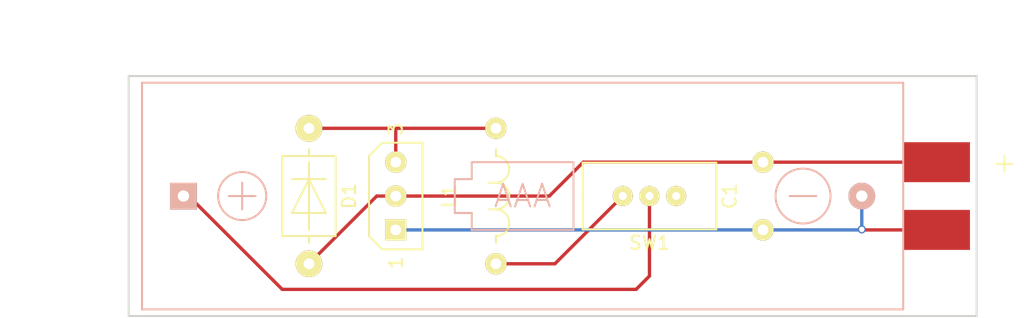
<source format=kicad_pcb>
(kicad_pcb (version 4) (host pcbnew 4.0.2-stable)

  (general
    (links 10)
    (no_connects 0)
    (area 207.510001 15.29 284.722143 38.715001)
    (thickness 1.6)
    (drawings 6)
    (tracks 23)
    (zones 0)
    (modules 7)
    (nets 7)
  )

  (page A4)
  (layers
    (0 F.Cu signal)
    (31 B.Cu signal)
    (32 B.Adhes user)
    (33 F.Adhes user)
    (34 B.Paste user)
    (35 F.Paste user)
    (36 B.SilkS user)
    (37 F.SilkS user)
    (38 B.Mask user)
    (39 F.Mask user)
    (40 Dwgs.User user)
    (41 Cmts.User user)
    (42 Eco1.User user)
    (43 Eco2.User user)
    (44 Edge.Cuts user)
    (45 Margin user)
    (46 B.CrtYd user)
    (47 F.CrtYd user)
    (48 B.Fab user)
    (49 F.Fab user)
  )

  (setup
    (last_trace_width 0.25)
    (user_trace_width 0.5)
    (trace_clearance 0.2)
    (zone_clearance 0.508)
    (zone_45_only no)
    (trace_min 0.2)
    (segment_width 0.2)
    (edge_width 0.15)
    (via_size 0.6)
    (via_drill 0.4)
    (via_min_size 0.4)
    (via_min_drill 0.3)
    (uvia_size 0.3)
    (uvia_drill 0.1)
    (uvias_allowed no)
    (uvia_min_size 0.2)
    (uvia_min_drill 0.1)
    (pcb_text_width 0.3)
    (pcb_text_size 1.5 1.5)
    (mod_edge_width 0.15)
    (mod_text_size 1 1)
    (mod_text_width 0.15)
    (pad_size 1.524 1.524)
    (pad_drill 0.762)
    (pad_to_mask_clearance 0.2)
    (aux_axis_origin 0 0)
    (visible_elements 7FFFFFFF)
    (pcbplotparams
      (layerselection 0x01000_00000001)
      (usegerberextensions false)
      (excludeedgelayer true)
      (linewidth 0.100000)
      (plotframeref false)
      (viasonmask false)
      (mode 1)
      (useauxorigin false)
      (hpglpennumber 1)
      (hpglpenspeed 20)
      (hpglpendiameter 15)
      (hpglpenoverlay 2)
      (psnegative false)
      (psa4output false)
      (plotreference true)
      (plotvalue true)
      (plotinvisibletext false)
      (padsonsilk false)
      (subtractmaskfromsilk false)
      (outputformat 1)
      (mirror false)
      (drillshape 0)
      (scaleselection 1)
      (outputdirectory test/))
  )

  (net 0 "")
  (net 1 "Net-(BT1-Pad1)")
  (net 2 GND)
  (net 3 "Net-(C1-Pad1)")
  (net 4 "Net-(D1-Pad2)")
  (net 5 "Net-(L1-Pad2)")
  (net 6 "Net-(SW1-Pad3)")

  (net_class Default "これは標準のネット クラスです。"
    (clearance 0.2)
    (trace_width 0.25)
    (via_dia 0.6)
    (via_drill 0.4)
    (uvia_dia 0.3)
    (uvia_drill 0.1)
    (add_net GND)
    (add_net "Net-(BT1-Pad1)")
    (add_net "Net-(C1-Pad1)")
    (add_net "Net-(D1-Pad2)")
    (add_net "Net-(L1-Pad2)")
    (add_net "Net-(SW1-Pad3)")
  )

  (module Denken:battboxAAAx1 (layer B.Cu) (tedit 57F784BA) (tstamp 59E0610F)
    (at 247.01 29.64)
    (path /59E0635D)
    (fp_text reference BT1 (at 0 -5.715) (layer B.SilkS) hide
      (effects (font (size 1 1) (thickness 0.15)) (justify mirror))
    )
    (fp_text value Battery (at 0 4.445) (layer B.Fab) hide
      (effects (font (size 1 1) (thickness 0.15)) (justify mirror))
    )
    (fp_line (start -3.81 1.27) (end -5.08 1.27) (layer B.SilkS) (width 0.15))
    (fp_line (start -5.08 1.27) (end -5.08 -1.27) (layer B.SilkS) (width 0.15))
    (fp_line (start -5.08 -1.27) (end -3.81 -1.27) (layer B.SilkS) (width 0.15))
    (fp_line (start -3.81 -1.27) (end -3.81 -2.54) (layer B.SilkS) (width 0.15))
    (fp_line (start -3.81 -2.54) (end 3.81 -2.54) (layer B.SilkS) (width 0.15))
    (fp_line (start 3.81 -2.54) (end 3.81 2.54) (layer B.SilkS) (width 0.15))
    (fp_line (start 3.81 2.54) (end -3.81 2.54) (layer B.SilkS) (width 0.15))
    (fp_line (start -3.81 2.54) (end -3.81 1.27) (layer B.SilkS) (width 0.15))
    (fp_text user AAA (at 0 0) (layer B.SilkS)
      (effects (font (size 1.7 1.7) (thickness 0.15)) (justify mirror))
    )
    (fp_circle (center 21 0) (end 19 -0.5) (layer B.SilkS) (width 0.15))
    (fp_circle (center -21 0) (end -22.5 1) (layer B.SilkS) (width 0.15))
    (fp_line (start 20 0) (end 22 0) (layer B.SilkS) (width 0.15))
    (fp_line (start -21 1) (end -21 -1) (layer B.SilkS) (width 0.15))
    (fp_line (start -22 0) (end -20 0) (layer B.SilkS) (width 0.15))
    (fp_line (start -28.5 8.5) (end -28.5 -8.5) (layer B.SilkS) (width 0.15))
    (fp_line (start -28.5 -8.5) (end 28.5 -8.5) (layer B.SilkS) (width 0.15))
    (fp_line (start 28.5 -8.5) (end 28.5 8.5) (layer B.SilkS) (width 0.15))
    (fp_line (start 28.5 8.5) (end -28.5 8.5) (layer B.SilkS) (width 0.15))
    (pad 1 thru_hole rect (at -25.4 0) (size 2 2) (drill 0.85) (layers *.Cu *.Mask B.SilkS)
      (net 1 "Net-(BT1-Pad1)"))
    (pad 2 thru_hole circle (at 25.4 0) (size 2 2) (drill 0.85) (layers *.Cu *.Mask B.SilkS)
      (net 2 GND))
  )

  (module Denken:CP (layer F.Cu) (tedit 57E50FF2) (tstamp 59E06115)
    (at 265.01 29.64 270)
    (path /59E063A2)
    (fp_text reference C1 (at 0 2.5 270) (layer F.SilkS)
      (effects (font (size 1 1) (thickness 0.15)))
    )
    (fp_text value C (at 0 -3 270) (layer F.Fab)
      (effects (font (size 1 1) (thickness 0.15)))
    )
    (pad 1 thru_hole circle (at -2.54 0 270) (size 1.6 1.6) (drill 0.8) (layers *.Cu *.Mask F.SilkS)
      (net 3 "Net-(C1-Pad1)"))
    (pad 2 thru_hole circle (at 2.54 0 270) (size 1.6 1.6) (drill 0.8) (layers *.Cu *.Mask F.SilkS)
      (net 2 GND))
  )

  (module Denken:Diode (layer F.Cu) (tedit 57F5B2C9) (tstamp 59E0611B)
    (at 231.01 29.64 90)
    (path /59E06165)
    (fp_text reference D1 (at 0 3 90) (layer F.SilkS)
      (effects (font (size 1 1) (thickness 0.15)))
    )
    (fp_text value D_Schottky (at 0 -3 90) (layer F.Fab)
      (effects (font (size 1 1) (thickness 0.15)))
    )
    (fp_line (start -3 0) (end -3.5 0) (layer F.SilkS) (width 0.15))
    (fp_line (start 3 0) (end 3.5 0) (layer F.SilkS) (width 0.15))
    (fp_line (start -3 -2) (end 3 -2) (layer F.SilkS) (width 0.15))
    (fp_line (start 3 -2) (end 3 2) (layer F.SilkS) (width 0.15))
    (fp_line (start 3 2) (end -3 2) (layer F.SilkS) (width 0.15))
    (fp_line (start -3 2) (end -3 -1.5) (layer F.SilkS) (width 0.15))
    (fp_line (start -3 -1.5) (end -3 -2) (layer F.SilkS) (width 0.15))
    (fp_line (start -2.54 0) (end 2.54 0) (layer F.SilkS) (width 0.15))
    (fp_line (start 1.27 -1.27) (end 1.27 1.27) (layer F.SilkS) (width 0.15))
    (fp_line (start -1.27 -1.27) (end -1.27 1.27) (layer F.SilkS) (width 0.15))
    (fp_line (start -1.27 1.27) (end 1.27 0) (layer F.SilkS) (width 0.15))
    (fp_line (start 1.27 0) (end -1.27 -1.27) (layer F.SilkS) (width 0.15))
    (pad 1 thru_hole circle (at -5.08 0 90) (size 2 2) (drill 0.8) (layers *.Cu *.Mask F.SilkS)
      (net 3 "Net-(C1-Pad1)"))
    (pad 2 thru_hole circle (at 5.08 0 90) (size 2 2) (drill 0.8) (layers *.Cu *.Mask F.SilkS)
      (net 4 "Net-(D1-Pad2)"))
  )

  (module Denken:LED (layer F.Cu) (tedit 57F5B586) (tstamp 59E06121)
    (at 278.01 29.64 180)
    (path /59E063DD)
    (fp_text reference D2 (at 0 5.08 180) (layer F.SilkS) hide
      (effects (font (size 1 1) (thickness 0.15)))
    )
    (fp_text value LED (at -5.08 0 180) (layer F.Fab)
      (effects (font (size 1 1) (thickness 0.15)))
    )
    (fp_text user + (at -5.08 2.54 180) (layer F.SilkS)
      (effects (font (size 1.5 1.5) (thickness 0.15)))
    )
    (pad 1 smd rect (at 0 -2.54 180) (size 5 3) (layers F.Cu F.Paste F.Mask)
      (net 2 GND))
    (pad 2 smd rect (at 0 2.54 180) (size 5 3) (layers F.Cu F.Paste F.Mask)
      (net 3 "Net-(C1-Pad1)"))
  )

  (module Denken:COIL (layer F.Cu) (tedit 57E50F97) (tstamp 59E06127)
    (at 245.01 29.64 270)
    (path /59E0627D)
    (fp_text reference L1 (at 0 3.5 270) (layer F.SilkS)
      (effects (font (size 1 1) (thickness 0.15)))
    )
    (fp_text value L (at 0 -3 270) (layer F.Fab) hide
      (effects (font (size 1 1) (thickness 0.15)))
    )
    (fp_line (start 1 0.5) (end 1 0) (layer F.SilkS) (width 0.15))
    (fp_line (start -1 0.5) (end -1 0) (layer F.SilkS) (width 0.15))
    (fp_arc (start 2 0) (end 2 -1) (angle 90) (layer F.SilkS) (width 0.15))
    (fp_arc (start 2 0) (end 1 0) (angle 90) (layer F.SilkS) (width 0.15))
    (fp_arc (start 0 0) (end 0 -1) (angle 90) (layer F.SilkS) (width 0.15))
    (fp_arc (start 0 0) (end -1 0) (angle 90) (layer F.SilkS) (width 0.15))
    (fp_arc (start -2 0) (end -2 -1) (angle 90) (layer F.SilkS) (width 0.15))
    (fp_arc (start -2 0) (end -3 0) (angle 90) (layer F.SilkS) (width 0.15))
    (fp_line (start 3.5 0) (end 3 0) (layer F.SilkS) (width 0.15))
    (fp_line (start -3.5 0) (end -3 0) (layer F.SilkS) (width 0.15))
    (pad 1 thru_hole circle (at -5.08 0 270) (size 1.6 1.6) (drill 0.8) (layers *.Cu *.Mask F.SilkS)
      (net 4 "Net-(D1-Pad2)"))
    (pad 2 thru_hole circle (at 5.08 0 270) (size 1.6 1.6) (drill 0.8) (layers *.Cu *.Mask F.SilkS)
      (net 5 "Net-(L1-Pad2)"))
  )

  (module Denken:SWslide (layer F.Cu) (tedit 57F5B15D) (tstamp 59E0612E)
    (at 256.51 29.64)
    (path /59E062AC)
    (fp_text reference SW1 (at 0 3.5) (layer F.SilkS)
      (effects (font (size 1 1) (thickness 0.15)))
    )
    (fp_text value SWITCH_INV (at 0 -3.5) (layer F.Fab)
      (effects (font (size 1 1) (thickness 0.15)))
    )
    (fp_line (start -5 0) (end -5 -2.5) (layer F.SilkS) (width 0.15))
    (fp_line (start -5 -2.5) (end 5 -2.5) (layer F.SilkS) (width 0.15))
    (fp_line (start 5 -2.5) (end 5 2.5) (layer F.SilkS) (width 0.15))
    (fp_line (start 5 2.5) (end -5 2.5) (layer F.SilkS) (width 0.15))
    (fp_line (start -5 2.5) (end -5 0) (layer F.SilkS) (width 0.15))
    (pad 1 thru_hole circle (at -2 0) (size 1.5 1.5) (drill 0.6) (layers *.Cu *.Mask F.SilkS)
      (net 5 "Net-(L1-Pad2)"))
    (pad 2 thru_hole circle (at 0 0) (size 1.5 1.5) (drill 0.6) (layers *.Cu *.Mask F.SilkS)
      (net 1 "Net-(BT1-Pad1)"))
    (pad 3 thru_hole circle (at 2 0) (size 1.5 1.5) (drill 0.6) (layers *.Cu *.Mask F.SilkS)
      (net 6 "Net-(SW1-Pad3)"))
  )

  (module Denken:HT7733 (layer F.Cu) (tedit 57F5AFD6) (tstamp 59E06135)
    (at 237.51 29.64 90)
    (path /59E05F24)
    (fp_text reference U1 (at 0 3 90) (layer F.SilkS) hide
      (effects (font (size 1 1) (thickness 0.15)))
    )
    (fp_text value HT7733 (at 0 -3 90) (layer F.Fab)
      (effects (font (size 1 1) (thickness 0.15)))
    )
    (fp_text user 3 (at 5 0 90) (layer F.SilkS)
      (effects (font (size 1 1) (thickness 0.15)))
    )
    (fp_text user 1 (at -5 0 90) (layer F.SilkS)
      (effects (font (size 1 1) (thickness 0.15)))
    )
    (fp_line (start -4 -1) (end -3 -2) (layer F.SilkS) (width 0.15))
    (fp_line (start -3 -2) (end 3 -2) (layer F.SilkS) (width 0.15))
    (fp_line (start 3 -2) (end 4 -1) (layer F.SilkS) (width 0.15))
    (fp_line (start 4 -1) (end 4 2) (layer F.SilkS) (width 0.15))
    (fp_line (start 4 2) (end -4 2) (layer F.SilkS) (width 0.15))
    (fp_line (start -4 2) (end -4 -1) (layer F.SilkS) (width 0.15))
    (pad 1 thru_hole rect (at -2.54 0 90) (size 1.6 1.6) (drill 0.8) (layers *.Cu *.Mask F.SilkS)
      (net 2 GND))
    (pad 2 thru_hole circle (at 0 0 90) (size 1.6 1.6) (drill 0.8) (layers *.Cu *.Mask F.SilkS)
      (net 3 "Net-(C1-Pad1)"))
    (pad 3 thru_hole circle (at 2.54 0 90) (size 1.6 1.6) (drill 0.8) (layers *.Cu *.Mask F.SilkS)
      (net 4 "Net-(D1-Pad2)"))
  )

  (dimension 18 (width 0.3) (layer Dwgs.User)
    (gr_text "18.000 mm" (at 214.16 29.64 270) (layer Dwgs.User)
      (effects (font (size 1.5 1.5) (thickness 0.3)))
    )
    (feature1 (pts (xy 217.51 38.64) (xy 212.81 38.64)))
    (feature2 (pts (xy 217.51 20.64) (xy 212.81 20.64)))
    (crossbar (pts (xy 215.51 20.64) (xy 215.51 38.64)))
    (arrow1a (pts (xy 215.51 38.64) (xy 214.923579 37.513496)))
    (arrow1b (pts (xy 215.51 38.64) (xy 216.096421 37.513496)))
    (arrow2a (pts (xy 215.51 20.64) (xy 214.923579 21.766504)))
    (arrow2b (pts (xy 215.51 20.64) (xy 216.096421 21.766504)))
  )
  (dimension 63.5 (width 0.3) (layer Dwgs.User)
    (gr_text "63.500 mm" (at 249.26 16.79) (layer Dwgs.User)
      (effects (font (size 1.5 1.5) (thickness 0.3)))
    )
    (feature1 (pts (xy 217.51 20.64) (xy 217.51 15.44)))
    (feature2 (pts (xy 281.01 20.64) (xy 281.01 15.44)))
    (crossbar (pts (xy 281.01 18.14) (xy 217.51 18.14)))
    (arrow1a (pts (xy 217.51 18.14) (xy 218.636504 17.553579)))
    (arrow1b (pts (xy 217.51 18.14) (xy 218.636504 18.726421)))
    (arrow2a (pts (xy 281.01 18.14) (xy 279.883496 17.553579)))
    (arrow2b (pts (xy 281.01 18.14) (xy 279.883496 18.726421)))
  )
  (gr_line (start 281.01 38.64) (end 281.01 20.64) (angle 90) (layer Edge.Cuts) (width 0.15))
  (gr_line (start 217.51 38.64) (end 281.01 38.64) (angle 90) (layer Edge.Cuts) (width 0.15))
  (gr_line (start 217.51 20.64) (end 217.51 38.64) (angle 90) (layer Edge.Cuts) (width 0.15))
  (gr_line (start 281.01 20.64) (end 217.51 20.64) (angle 90) (layer Edge.Cuts) (width 0.15))

  (segment (start 221.61 29.64) (end 222.01 29.64) (width 0.25) (layer F.Cu) (net 1))
  (segment (start 222.01 29.64) (end 229.01 36.64) (width 0.25) (layer F.Cu) (net 1) (tstamp 59E062FC))
  (segment (start 229.01 36.64) (end 255.51 36.64) (width 0.25) (layer F.Cu) (net 1) (tstamp 59E062FE))
  (segment (start 255.51 36.64) (end 256.51 35.64) (width 0.25) (layer F.Cu) (net 1) (tstamp 59E06302))
  (segment (start 256.51 35.64) (end 256.51 29.64) (width 0.25) (layer F.Cu) (net 1) (tstamp 59E06304))
  (via (at 272.41 32.14) (size 0.6) (drill 0.4) (layers F.Cu B.Cu) (net 2))
  (segment (start 278.01 32.18) (end 272.45 32.18) (width 0.25) (layer F.Cu) (net 2) (tstamp 59F3165E))
  (segment (start 272.45 32.18) (end 272.41 32.14) (width 0.25) (layer F.Cu) (net 2) (tstamp 59F3165D))
  (segment (start 272.41 29.64) (end 272.41 32.14) (width 0.25) (layer B.Cu) (net 2))
  (segment (start 272.41 32.14) (end 272.41 32.18) (width 0.25) (layer B.Cu) (net 2) (tstamp 59F3165A))
  (segment (start 265.01 32.18) (end 272.41 32.18) (width 0.25) (layer B.Cu) (net 2))
  (segment (start 237.51 32.18) (end 265.01 32.18) (width 0.25) (layer B.Cu) (net 2))
  (segment (start 237.51 29.64) (end 236.09 29.64) (width 0.25) (layer F.Cu) (net 3))
  (segment (start 236.09 29.64) (end 231.01 34.72) (width 0.25) (layer F.Cu) (net 3) (tstamp 59E062EE))
  (segment (start 265.01 27.1) (end 251.55 27.1) (width 0.25) (layer F.Cu) (net 3))
  (segment (start 249.01 29.64) (end 237.51 29.64) (width 0.25) (layer F.Cu) (net 3) (tstamp 59E062EA))
  (segment (start 251.55 27.1) (end 249.01 29.64) (width 0.25) (layer F.Cu) (net 3) (tstamp 59E062E7))
  (segment (start 265.01 27.1) (end 278.01 27.1) (width 0.25) (layer F.Cu) (net 3))
  (segment (start 237.51 27.1) (end 237.51 24.56) (width 0.25) (layer F.Cu) (net 4))
  (segment (start 231.01 24.56) (end 237.51 24.56) (width 0.25) (layer F.Cu) (net 4))
  (segment (start 237.51 24.56) (end 245.01 24.56) (width 0.25) (layer F.Cu) (net 4) (tstamp 59E062F6))
  (segment (start 245.01 34.72) (end 249.43 34.72) (width 0.25) (layer F.Cu) (net 5))
  (segment (start 249.43 34.72) (end 254.51 29.64) (width 0.25) (layer F.Cu) (net 5) (tstamp 59E062F8))

)

</source>
